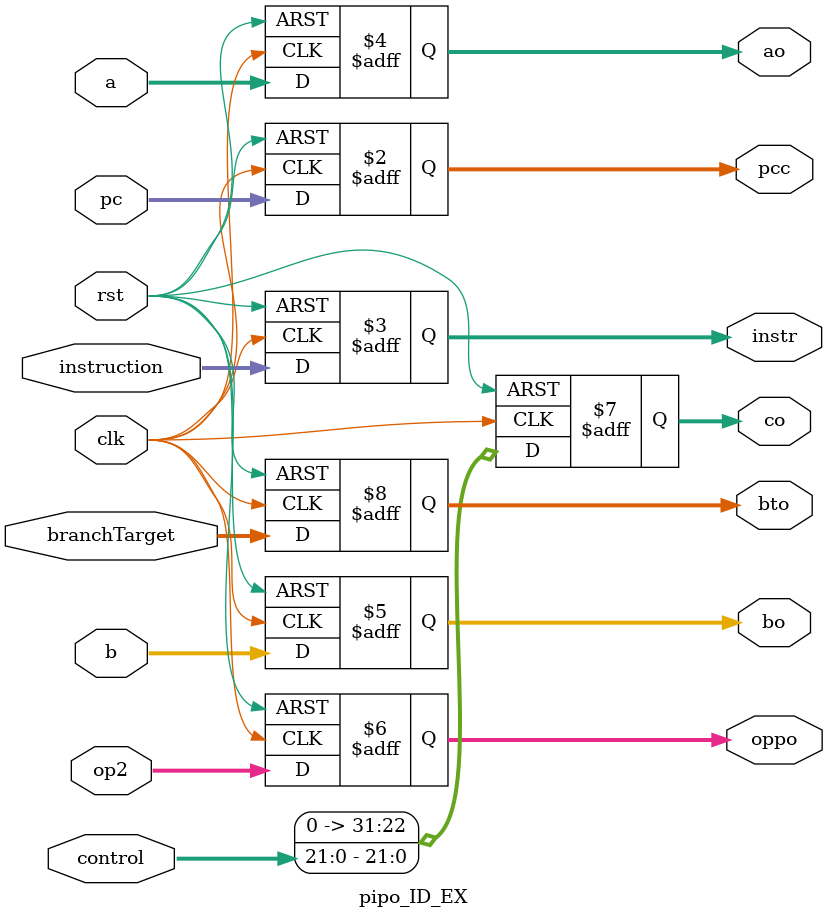
<source format=v>
module pipo_ID_EX(
  input clk,
  input rst,
  input [31:0] pc,
  input [31:0] instruction,
  input [31:0] a, b, op2,
  input [21:0] control,
  input [31:0] branchTarget,
  output reg [31:0] pcc, instr, ao, bo, oppo, co, bto
);
  always @(posedge clk or posedge rst) begin
      if (rst) begin
          pcc  <= 32'b0;
          instr<= 32'b0;
          ao   <= 32'b0;
          bo   <= 32'b0;
          oppo <= 32'b0;
          co   <= 22'b0;
          bto  <= 32'b0;
      end else begin
          pcc  <= pc;
          instr<= instruction;
          ao   <= a;
          bo   <= b;
          oppo <= op2;
          co   <= control;
          bto  <= branchTarget;
      end
  end   
endmodule

</source>
